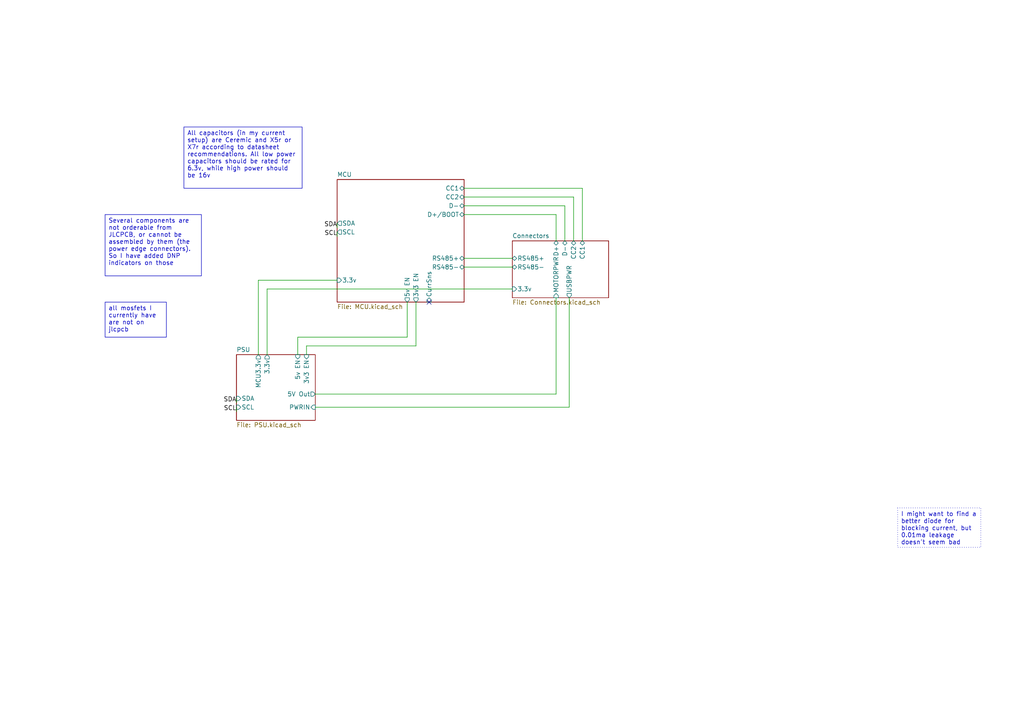
<source format=kicad_sch>
(kicad_sch
	(version 20250114)
	(generator "eeschema")
	(generator_version "9.0")
	(uuid "eb3f183d-8bb1-43a5-a363-092ed67891e3")
	(paper "A4")
	(title_block
		(title "USB only 2A PSU no sides")
		(date "2024-12-23")
		(rev "V1")
		(company "Author: Asher Edwards")
		(comment 1 "Licensed under CERN-OHL-S")
	)
	(lib_symbols)
	(text_box "All capacitors (in my current setup) are Ceremic and X5r or X7r according to datasheet recommendations. All low power capacitors should be rated for 6.3v, while high power should be 16v"
		(exclude_from_sim no)
		(at 53.34 36.83 0)
		(size 34.29 17.78)
		(margins 0.9525 0.9525 0.9525 0.9525)
		(stroke
			(width 0)
			(type default)
		)
		(fill
			(type none)
		)
		(effects
			(font
				(size 1.27 1.27)
			)
			(justify left top)
		)
		(uuid "3601b890-389c-4ace-a217-9aa5061f1d65")
	)
	(text_box "Several components are not orderable from JLCPCB, or cannot be assembled by them (the power edge connectors). So I have added DNP indicators on those"
		(exclude_from_sim no)
		(at 30.48 62.23 0)
		(size 27.94 17.78)
		(margins 0.9525 0.9525 0.9525 0.9525)
		(stroke
			(width 0)
			(type default)
		)
		(fill
			(type none)
		)
		(effects
			(font
				(size 1.27 1.27)
			)
			(justify left top)
		)
		(uuid "723a28dd-c7ba-42ae-8120-828300f08afe")
	)
	(text_box "all mosfets I currently have are not on jlcpcb"
		(exclude_from_sim no)
		(at 30.48 87.63 0)
		(size 17.78 10.16)
		(margins 0.9525 0.9525 0.9525 0.9525)
		(stroke
			(width 0)
			(type default)
		)
		(fill
			(type none)
		)
		(effects
			(font
				(size 1.27 1.27)
			)
			(justify left top)
		)
		(uuid "c3959984-e867-42f9-a506-ccc70026f99d")
	)
	(text_box "I might want to find a better diode for blocking current, but 0.01ma leakage doesn't seem bad"
		(exclude_from_sim no)
		(at 260.35 147.32 0)
		(size 24.13 11.43)
		(margins 0.9525 0.9525 0.9525 0.9525)
		(stroke
			(width 0)
			(type dot)
		)
		(fill
			(type color)
			(color 255 10 16 0)
		)
		(effects
			(font
				(size 1.27 1.27)
			)
			(justify left top)
		)
		(uuid "cf74b19e-4235-425b-88f9-e732708d98e6")
	)
	(no_connect
		(at 124.46 87.63)
		(uuid "f2e6f71f-42c0-4f1d-b1a3-fc0d79ad97d8")
	)
	(wire
		(pts
			(xy 97.79 68.58) (xy 97.79 67.31)
		)
		(stroke
			(width 0)
			(type default)
		)
		(uuid "0431ee2b-4f48-4eac-b99e-1cba1c07d10e")
	)
	(wire
		(pts
			(xy 168.91 54.61) (xy 134.62 54.61)
		)
		(stroke
			(width 0)
			(type default)
		)
		(uuid "2247ff3d-6b3b-4df1-b084-9705c6105041")
	)
	(wire
		(pts
			(xy 77.47 102.87) (xy 77.47 83.82)
		)
		(stroke
			(width 0)
			(type default)
		)
		(uuid "26f1ffa6-88c2-4362-a00b-1e5c358fef48")
	)
	(wire
		(pts
			(xy 86.36 102.87) (xy 86.36 97.79)
		)
		(stroke
			(width 0)
			(type default)
		)
		(uuid "2a24517b-32ad-4b8a-a4c8-9261d3d9f0a5")
	)
	(wire
		(pts
			(xy 163.83 59.69) (xy 134.62 59.69)
		)
		(stroke
			(width 0)
			(type default)
		)
		(uuid "2f52ebac-b929-44d6-9d77-efc2e1c7eb45")
	)
	(wire
		(pts
			(xy 77.47 83.82) (xy 148.59 83.82)
		)
		(stroke
			(width 0)
			(type default)
		)
		(uuid "2f8d6741-b02f-4cd7-b606-98154f3396e1")
	)
	(wire
		(pts
			(xy 161.29 62.23) (xy 134.62 62.23)
		)
		(stroke
			(width 0)
			(type default)
		)
		(uuid "32dba635-afdd-4f58-b25c-cd91ddb8b5c6")
	)
	(wire
		(pts
			(xy 74.93 81.28) (xy 97.79 81.28)
		)
		(stroke
			(width 0)
			(type default)
		)
		(uuid "332b86c9-d2f4-43d5-8e5a-4d5cd20627e0")
	)
	(wire
		(pts
			(xy 161.29 114.3) (xy 91.44 114.3)
		)
		(stroke
			(width 0)
			(type default)
		)
		(uuid "44f41dfe-a6c2-45ca-93ce-d8cdb96934ed")
	)
	(wire
		(pts
			(xy 120.65 100.33) (xy 120.65 87.63)
		)
		(stroke
			(width 0)
			(type default)
		)
		(uuid "45cdff00-b34c-4195-8ba9-35f5f33e5145")
	)
	(wire
		(pts
			(xy 68.58 119.38) (xy 68.58 118.11)
		)
		(stroke
			(width 0)
			(type default)
		)
		(uuid "4e55aba8-3935-4d2e-8222-9063b26eea81")
	)
	(wire
		(pts
			(xy 161.29 86.36) (xy 161.29 114.3)
		)
		(stroke
			(width 0)
			(type default)
		)
		(uuid "5b8bf47e-a99d-4095-8f51-89187021316c")
	)
	(wire
		(pts
			(xy 168.91 69.85) (xy 168.91 54.61)
		)
		(stroke
			(width 0)
			(type default)
		)
		(uuid "5e326de8-39ca-4ec8-af64-6c940e4f9941")
	)
	(wire
		(pts
			(xy 120.65 100.33) (xy 88.9 100.33)
		)
		(stroke
			(width 0)
			(type default)
		)
		(uuid "6590d8e3-4ec1-414b-a6e0-6e279a58501a")
	)
	(wire
		(pts
			(xy 74.93 81.28) (xy 74.93 102.87)
		)
		(stroke
			(width 0)
			(type default)
		)
		(uuid "6c04bbce-afd2-4887-92c9-fdb9b57c49b1")
	)
	(wire
		(pts
			(xy 166.37 69.85) (xy 166.37 57.15)
		)
		(stroke
			(width 0)
			(type default)
		)
		(uuid "6f76bb64-ab74-4482-ba65-d3f1f6d333fa")
	)
	(wire
		(pts
			(xy 118.11 97.79) (xy 118.11 87.63)
		)
		(stroke
			(width 0)
			(type default)
		)
		(uuid "8581efc7-abb1-435d-bbc7-d6be27dd1e0a")
	)
	(wire
		(pts
			(xy 163.83 69.85) (xy 163.83 59.69)
		)
		(stroke
			(width 0)
			(type default)
		)
		(uuid "885284b9-5f69-4025-a0d1-1a7685987d42")
	)
	(wire
		(pts
			(xy 86.36 97.79) (xy 118.11 97.79)
		)
		(stroke
			(width 0)
			(type default)
		)
		(uuid "9911cdcd-1c0f-4e0a-b402-5a6564759f18")
	)
	(wire
		(pts
			(xy 88.9 100.33) (xy 88.9 102.87)
		)
		(stroke
			(width 0)
			(type default)
		)
		(uuid "9b55ccf9-66c2-4ec1-9257-9125cd2c6e30")
	)
	(wire
		(pts
			(xy 68.58 116.84) (xy 68.58 115.57)
		)
		(stroke
			(width 0)
			(type default)
		)
		(uuid "a029739b-79b0-40d4-a1ff-1848dc04a5bc")
	)
	(wire
		(pts
			(xy 166.37 57.15) (xy 134.62 57.15)
		)
		(stroke
			(width 0)
			(type default)
		)
		(uuid "a1311b6f-7ce0-4d67-8c2f-807bde42d1ac")
	)
	(wire
		(pts
			(xy 161.29 69.85) (xy 161.29 62.23)
		)
		(stroke
			(width 0)
			(type default)
		)
		(uuid "ab67f892-2ae3-4104-a46e-6fb1fbd7ab8a")
	)
	(wire
		(pts
			(xy 97.79 66.04) (xy 97.79 64.77)
		)
		(stroke
			(width 0)
			(type default)
		)
		(uuid "ae1240cd-c286-4064-8d8b-bb91c5adb7ad")
	)
	(wire
		(pts
			(xy 91.44 118.11) (xy 165.1 118.11)
		)
		(stroke
			(width 0)
			(type default)
		)
		(uuid "ba2e0330-2d20-4770-afc8-4c8ffda861fd")
	)
	(wire
		(pts
			(xy 134.62 77.47) (xy 148.59 77.47)
		)
		(stroke
			(width 0)
			(type default)
		)
		(uuid "c3e9a0b1-b72d-4f79-9bae-7048c15bc7a0")
	)
	(wire
		(pts
			(xy 134.62 74.93) (xy 148.59 74.93)
		)
		(stroke
			(width 0)
			(type default)
		)
		(uuid "db69a243-524e-4dbe-b61e-929a84e2bf1f")
	)
	(wire
		(pts
			(xy 165.1 86.36) (xy 165.1 118.11)
		)
		(stroke
			(width 0)
			(type default)
		)
		(uuid "e8447879-91a1-4e0f-95c3-84ac068fe917")
	)
	(label "SDA"
		(at 97.79 66.04 180)
		(effects
			(font
				(size 1.27 1.27)
			)
			(justify right bottom)
		)
		(uuid "5448ac8b-7f4c-4d1d-9bb2-b79173ffb9fa")
	)
	(label "SDA"
		(at 68.58 116.84 180)
		(effects
			(font
				(size 1.27 1.27)
			)
			(justify right bottom)
		)
		(uuid "d3f52723-54a3-454b-920c-2ac21838e3b0")
	)
	(label "SCL"
		(at 68.58 119.38 180)
		(effects
			(font
				(size 1.27 1.27)
			)
			(justify right bottom)
		)
		(uuid "e601666d-e49e-4bfa-9a2b-84405b3422b0")
	)
	(label "SCL"
		(at 97.79 68.58 180)
		(effects
			(font
				(size 1.27 1.27)
			)
			(justify right bottom)
		)
		(uuid "ed9d80f7-d86b-488f-b9f4-8d5afbd3764a")
	)
	(sheet
		(at 148.59 69.85)
		(size 27.94 16.51)
		(exclude_from_sim no)
		(in_bom yes)
		(on_board yes)
		(dnp no)
		(fields_autoplaced yes)
		(stroke
			(width 0.1524)
			(type solid)
		)
		(fill
			(color 0 0 0 0.0000)
		)
		(uuid "3a3003bc-8e40-4cd7-b859-421f37e4b48c")
		(property "Sheetname" "Connectors"
			(at 148.59 69.1384 0)
			(effects
				(font
					(size 1.27 1.27)
				)
				(justify left bottom)
			)
		)
		(property "Sheetfile" "Connectors.kicad_sch"
			(at 148.59 86.9446 0)
			(effects
				(font
					(size 1.27 1.27)
				)
				(justify left top)
			)
		)
		(pin "USBPWR" output
			(at 165.1 86.36 270)
			(uuid "6cce8e30-2946-406d-8120-dc791f6159fa")
			(effects
				(font
					(size 1.27 1.27)
				)
				(justify left)
			)
		)
		(pin "RS485+" bidirectional
			(at 148.59 74.93 180)
			(uuid "b27d757c-f347-4612-bbb0-1015a208a3e3")
			(effects
				(font
					(size 1.27 1.27)
				)
				(justify left)
			)
		)
		(pin "3.3v" input
			(at 148.59 83.82 180)
			(uuid "5fc734aa-e065-42d8-a4a9-1ea03597329f")
			(effects
				(font
					(size 1.27 1.27)
				)
				(justify left)
			)
		)
		(pin "RS485-" bidirectional
			(at 148.59 77.47 180)
			(uuid "5c74c989-722c-4250-bd8d-90f2a5fba687")
			(effects
				(font
					(size 1.27 1.27)
				)
				(justify left)
			)
		)
		(pin "CC1" bidirectional
			(at 168.91 69.85 90)
			(uuid "c425690b-93c2-46d9-9679-0f49686bbc09")
			(effects
				(font
					(size 1.27 1.27)
				)
				(justify right)
			)
		)
		(pin "CC2" bidirectional
			(at 166.37 69.85 90)
			(uuid "5cc9caff-a362-4869-bc4f-a249e5c252d3")
			(effects
				(font
					(size 1.27 1.27)
				)
				(justify right)
			)
		)
		(pin "D-" bidirectional
			(at 163.83 69.85 90)
			(uuid "1919c004-eba2-4ed7-9288-d7fecbbf9ebe")
			(effects
				(font
					(size 1.27 1.27)
				)
				(justify right)
			)
		)
		(pin "D+" bidirectional
			(at 161.29 69.85 90)
			(uuid "47c0c405-e15a-4912-9d6b-9fb9a78ae2e2")
			(effects
				(font
					(size 1.27 1.27)
				)
				(justify right)
			)
		)
		(pin "MOTORPWR" input
			(at 161.29 86.36 270)
			(uuid "39cd0ccb-131f-439f-ac85-1d1eb51804ca")
			(effects
				(font
					(size 1.27 1.27)
				)
				(justify left)
			)
		)
		(instances
			(project "USB only 2A PSU no sides"
				(path "/eb3f183d-8bb1-43a5-a363-092ed67891e3"
					(page "5")
				)
			)
		)
	)
	(sheet
		(at 97.79 52.07)
		(size 36.83 35.56)
		(exclude_from_sim no)
		(in_bom yes)
		(on_board yes)
		(dnp no)
		(fields_autoplaced yes)
		(stroke
			(width 0.1524)
			(type solid)
		)
		(fill
			(color 0 0 0 0.0000)
		)
		(uuid "77be5f81-4ede-42b7-b1c4-fa657e9379ac")
		(property "Sheetname" "MCU"
			(at 97.79 51.3584 0)
			(effects
				(font
					(size 1.27 1.27)
				)
				(justify left bottom)
			)
		)
		(property "Sheetfile" "MCU.kicad_sch"
			(at 97.79 88.2146 0)
			(effects
				(font
					(size 1.27 1.27)
				)
				(justify left top)
			)
		)
		(pin "3.3v" input
			(at 97.79 81.28 180)
			(uuid "0d16422f-da81-470d-a87c-774b02c4e2af")
			(effects
				(font
					(size 1.27 1.27)
				)
				(justify left)
			)
		)
		(pin "SDA" output
			(at 97.79 64.77 180)
			(uuid "5c16a19f-4579-4833-a48f-732e1b06a379")
			(effects
				(font
					(size 1.27 1.27)
				)
				(justify left)
			)
		)
		(pin "SCL" output
			(at 97.79 67.31 180)
			(uuid "b7ec0542-43c8-4b8b-932f-58b3b22b2976")
			(effects
				(font
					(size 1.27 1.27)
				)
				(justify left)
			)
		)
		(pin "RS485-" bidirectional
			(at 134.62 77.47 0)
			(uuid "5b412e6e-dfde-4e6d-b4e9-650ec23cee25")
			(effects
				(font
					(size 1.27 1.27)
				)
				(justify right)
			)
		)
		(pin "RS485+" bidirectional
			(at 134.62 74.93 0)
			(uuid "e881a776-d1ce-4543-976e-736f6cd32c37")
			(effects
				(font
					(size 1.27 1.27)
				)
				(justify right)
			)
		)
		(pin "D+{slash}BOOT" bidirectional
			(at 134.62 62.23 0)
			(uuid "8eeba6f2-7d59-46d0-8ed2-712b80da413b")
			(effects
				(font
					(size 1.27 1.27)
				)
				(justify right)
			)
		)
		(pin "CC2" bidirectional
			(at 134.62 57.15 0)
			(uuid "3bc57a27-87bd-4698-a276-0039d11337d0")
			(effects
				(font
					(size 1.27 1.27)
				)
				(justify right)
			)
		)
		(pin "D-" bidirectional
			(at 134.62 59.69 0)
			(uuid "f01c1b87-f1ae-4393-be06-63b92fb09bb8")
			(effects
				(font
					(size 1.27 1.27)
				)
				(justify right)
			)
		)
		(pin "CC1" bidirectional
			(at 134.62 54.61 0)
			(uuid "89399faa-e2b7-429d-8201-f87c662ae6a9")
			(effects
				(font
					(size 1.27 1.27)
				)
				(justify right)
			)
		)
		(pin "CurrSns" input
			(at 124.46 87.63 270)
			(uuid "4c3a6956-db62-4402-8c78-a9235ecb47b0")
			(effects
				(font
					(size 1.27 1.27)
				)
				(justify left)
			)
		)
		(pin "5v EN" output
			(at 118.11 87.63 270)
			(uuid "f63b6075-10fc-48cf-a7b5-bd0bdac95325")
			(effects
				(font
					(size 1.27 1.27)
				)
				(justify left)
			)
		)
		(pin "3v3 EN" output
			(at 120.65 87.63 270)
			(uuid "610ba6bd-987f-4841-9808-8d294573aee6")
			(effects
				(font
					(size 1.27 1.27)
				)
				(justify left)
			)
		)
		(instances
			(project "USB only 2A PSU no sides"
				(path "/eb3f183d-8bb1-43a5-a363-092ed67891e3"
					(page "6")
				)
			)
		)
	)
	(sheet
		(at 68.58 102.87)
		(size 22.86 19.05)
		(exclude_from_sim no)
		(in_bom yes)
		(on_board yes)
		(dnp no)
		(fields_autoplaced yes)
		(stroke
			(width 0.1524)
			(type solid)
		)
		(fill
			(color 0 0 0 0.0000)
		)
		(uuid "a57a0b4f-e246-497c-8d94-688647d8fd03")
		(property "Sheetname" "PSU"
			(at 68.58 102.1584 0)
			(effects
				(font
					(size 1.27 1.27)
				)
				(justify left bottom)
			)
		)
		(property "Sheetfile" "PSU.kicad_sch"
			(at 68.58 122.5046 0)
			(effects
				(font
					(size 1.27 1.27)
				)
				(justify left top)
			)
		)
		(pin "3.3v" output
			(at 77.47 102.87 90)
			(uuid "76eb86f3-e154-4de8-8169-15047e227c4c")
			(effects
				(font
					(size 1.27 1.27)
				)
				(justify right)
			)
		)
		(pin "MCU3.3v" output
			(at 74.93 102.87 90)
			(uuid "0e01db4b-85ce-4611-a0ce-28ed28f1d300")
			(effects
				(font
					(size 1.27 1.27)
				)
				(justify right)
			)
		)
		(pin "3v3 EN" input
			(at 88.9 102.87 90)
			(uuid "047b0283-9df2-4d4f-a609-05f982ab4fad")
			(effects
				(font
					(size 1.27 1.27)
				)
				(justify right)
			)
		)
		(pin "5v EN" input
			(at 86.36 102.87 90)
			(uuid "74b5418a-e0b2-4d92-bd21-ca2370029dfb")
			(effects
				(font
					(size 1.27 1.27)
				)
				(justify right)
			)
		)
		(pin "PWRIN" input
			(at 91.44 118.11 0)
			(uuid "4909f1a0-4650-4254-9ea4-47285e5b2533")
			(effects
				(font
					(size 1.27 1.27)
				)
				(justify right)
			)
		)
		(pin "SDA" input
			(at 68.58 115.57 180)
			(uuid "b05ac451-9867-4f30-8b00-a0a457db9c59")
			(effects
				(font
					(size 1.27 1.27)
				)
				(justify left)
			)
		)
		(pin "SCL" input
			(at 68.58 118.11 180)
			(uuid "6d4cabaf-8cc3-4756-ad51-58872526de12")
			(effects
				(font
					(size 1.27 1.27)
				)
				(justify left)
			)
		)
		(pin "5V Out" output
			(at 91.44 114.3 0)
			(uuid "e47eeedb-fe79-4276-92b0-bd15ed3c553b")
			(effects
				(font
					(size 1.27 1.27)
				)
				(justify right)
			)
		)
		(instances
			(project "USB only 2A PSU no sides"
				(path "/eb3f183d-8bb1-43a5-a363-092ed67891e3"
					(page "2")
				)
			)
		)
	)
	(sheet_instances
		(path "/"
			(page "1")
		)
	)
	(embedded_fonts no)
)

</source>
